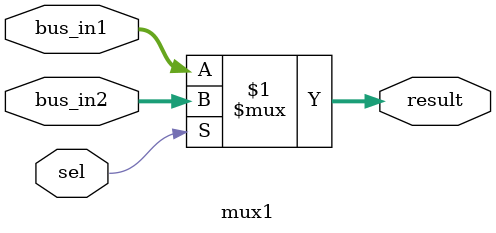
<source format=v>
`timescale 1ns / 1ps
module mux1(bus_in1, bus_in2,result, sel);

input sel;
input [8:0] bus_in1,bus_in2;
output [8:0] result;

assign result = sel ? bus_in2 : bus_in1;

endmodule

</source>
